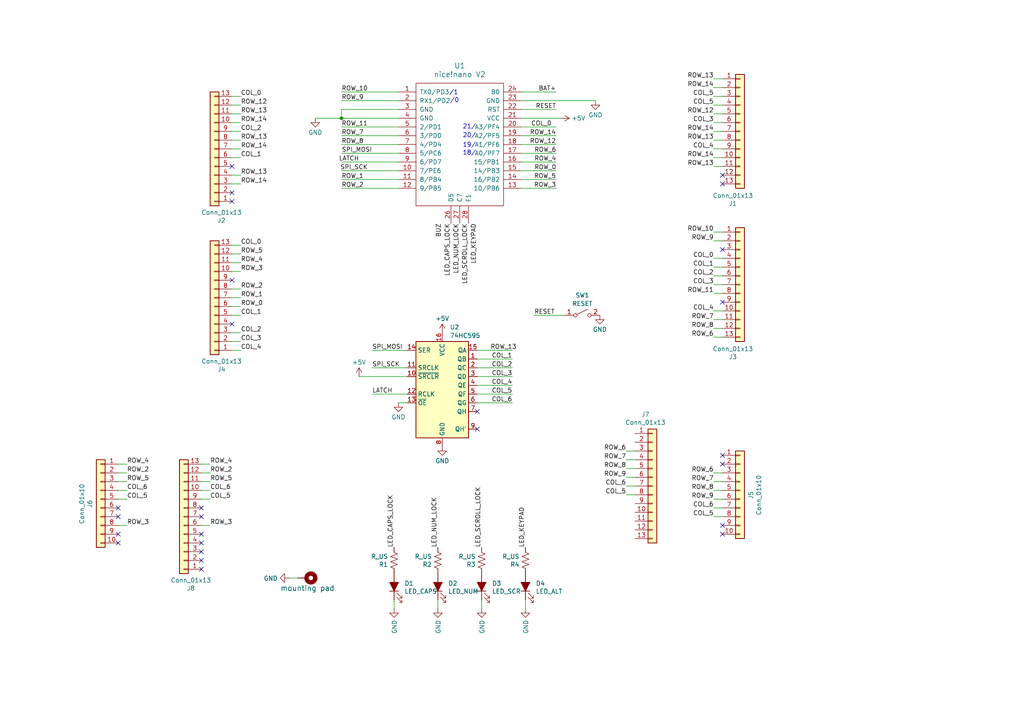
<source format=kicad_sch>
(kicad_sch (version 20250114) (generator "eeschema") (generator_version "9.0")
  (paper "A4")
  (lib_symbols
    (symbol "+5V_1" (power) (pin_names (offset 0))
      (property "Value" "+5V_1" (at 0 3.556 0))
      (symbol "+5V_1_0_1"
        (polyline (pts (xy -0.762 1.27) (xy 0 2.54)))
        (polyline (pts (xy 0 2.54) (xy 0.762 1.27)))
        (polyline (pts (xy 0 0) (xy 0 2.54)))
      )
      (symbol "+5V_1_1_1"
        (pin power_in line (at 0 0 90) (length 0) (hide yes) (name "+5V") (number "1"))
      )
    )
    (symbol "74xx:74HC595"
      (property "Reference" "U" (at -7.62 13.97 0))
      (property "Value" "74HC595" (at -7.62 -16.51 0))
      (symbol "74HC595_1_0"
        (pin input line (at -10.16 10.16 0) (length 2.54) (name "SER") (number "14"))
        (pin input line (at -10.16 5.08 0) (length 2.54) (name "SRCLK") (number "11"))
        (pin input line (at -10.16 2.54 0) (length 2.54) (name "~{SRCLR}") (number "10"))
        (pin input line (at -10.16 -2.54 0) (length 2.54) (name "RCLK") (number "12"))
        (pin input line (at -10.16 -5.08 0) (length 2.54) (name "~{OE}") (number "13"))
        (pin power_in line (at 0 15.24 270) (length 2.54) (name "VCC") (number "16"))
        (pin power_in line (at 0 -17.78 90) (length 2.54) (name "GND") (number "8"))
        (pin tri_state line (at 10.16 10.16 180) (length 2.54) (name "QA") (number "15"))
        (pin tri_state line (at 10.16 7.62 180) (length 2.54) (name "QB") (number "1"))
        (pin tri_state line (at 10.16 5.08 180) (length 2.54) (name "QC") (number "2"))
        (pin tri_state line (at 10.16 2.54 180) (length 2.54) (name "QD") (number "3"))
        (pin tri_state line (at 10.16 0 180) (length 2.54) (name "QE") (number "4"))
        (pin tri_state line (at 10.16 -2.54 180) (length 2.54) (name "QF") (number "5"))
        (pin tri_state line (at 10.16 -5.08 180) (length 2.54) (name "QG") (number "6"))
        (pin tri_state line (at 10.16 -7.62 180) (length 2.54) (name "QH") (number "7"))
        (pin output line (at 10.16 -12.7 180) (length 2.54) (name "QH'") (number "9"))
      )
      (symbol "74HC595_1_1"
        (rectangle (start -7.62 12.7) (end 7.62 -15.24) (stroke (width 0.254)) (fill (type background)))
      )
    )
    (symbol "Mechanical:MountingHole_Pad" (pin_numbers (hide yes)) (pin_names (offset 1.016) (hide yes))
      (property "Reference" "H" (at 0 6.35 0))
      (property "Value" "MountingHole_Pad" (at 0 4.445 0))
      (symbol "MountingHole_Pad_0_1"
        (circle (center 0 1.27) (radius 1.27) (stroke (width 1.27)))
      )
      (symbol "MountingHole_Pad_1_1"
        (pin input line (at 0 -2.54 90) (length 2.54) (name "1") (number "1"))
      )
    )
    (symbol "Switch:SW_SPST" (pin_names (offset 0) (hide yes))
      (property "Reference" "SW" (at 0 3.175 0))
      (property "Value" "SW_SPST" (at 0 -2.54 0))
      (symbol "SW_SPST_0_0"
        (circle (center -2.032 0) (radius 0.508))
        (polyline (pts (xy -1.524 0.254) (xy 1.524 1.778)))
        (circle (center 2.032 0) (radius 0.508))
      )
      (symbol "SW_SPST_1_1"
        (pin passive line (at -5.08 0 0) (length 2.54) (name "A") (number "1"))
        (pin passive line (at 5.08 0 180) (length 2.54) (name "B") (number "2"))
      )
    )
    (symbol "keebio:Elite-C" (pin_names (offset 1.016))
      (property "Reference" "U1" (at 0 21.59 0))
      (property "Value" "nice!nano V2" (at 0 19.05 0))
      (symbol "Elite-C_0_1"
        (rectangle (start 12.7 -19.05) (end -12.7 16.51))
      )
      (symbol "Elite-C_1_1"
        (pin input line (at -17.78 13.97 0) (length 5.08) (name "TX0/PD3") (number "1"))
        (pin input line (at -17.78 11.43 0) (length 5.08) (name "RX1/PD2") (number "2"))
        (pin input line (at -17.78 8.89 0) (length 5.08) (name "GND") (number "3"))
        (pin input line (at -17.78 6.35 0) (length 5.08) (name "GND") (number "4"))
        (pin input line (at -17.78 3.81 0) (length 5.08) (name "2/PD1") (number "5"))
        (pin input line (at -17.78 1.27 0) (length 5.08) (name "3/PD0") (number "6"))
        (pin input line (at -17.78 -1.27 0) (length 5.08) (name "4/PD4") (number "7"))
        (pin input line (at -17.78 -3.81 0) (length 5.08) (name "5/PC6") (number "8"))
        (pin input line (at -17.78 -6.35 0) (length 5.08) (name "6/PD7") (number "9"))
        (pin input line (at -17.78 -8.89 0) (length 5.08) (name "7/PE6") (number "10"))
        (pin input line (at -17.78 -11.43 0) (length 5.08) (name "8/PB4") (number "11"))
        (pin input line (at -17.78 -13.97 0) (length 5.08) (name "9/PB5") (number "12"))
        (pin input line (at -2.54 -24.13 90) (length 5.08) (name "D5") (number "26"))
        (pin input line (at 0 -24.13 90) (length 5.08) (name "C7") (number "27"))
        (pin input line (at 2.54 -24.13 90) (length 5.08) (name "F1") (number "28"))
        (pin input line (at 17.78 13.97 180) (length 5.08) (name "B0") (number "24"))
        (pin input line (at 17.78 11.43 180) (length 5.08) (name "GND") (number "23"))
        (pin input line (at 17.78 8.89 180) (length 5.08) (name "RST") (number "22"))
        (pin input line (at 17.78 6.35 180) (length 5.08) (name "VCC") (number "21"))
        (pin input line (at 17.78 3.81 180) (length 5.08) (name "A3/PF4") (number "20"))
        (pin input line (at 17.78 1.27 180) (length 5.08) (name "A2/PF5") (number "19"))
        (pin input line (at 17.78 -1.27 180) (length 5.08) (name "A1/PF6") (number "18"))
        (pin input line (at 17.78 -3.81 180) (length 5.08) (name "A0/PF7") (number "17"))
        (pin input line (at 17.78 -6.35 180) (length 5.08) (name "15/PB1") (number "16"))
        (pin input line (at 17.78 -8.89 180) (length 5.08) (name "14/PB3") (number "15"))
        (pin input line (at 17.78 -11.43 180) (length 5.08) (name "16/PB2") (number "14"))
        (pin input line (at 17.78 -13.97 180) (length 5.08) (name "10/PB6") (number "13"))
      )
    )
    (symbol "kicad_port-rescue:Conn_01x10-Connector_Generic" (pin_names (offset 1.016) (hide yes))
      (property "Reference" "J" (at 0 12.7 0))
      (property "Value" "kicad_port-rescue_Conn_01x10-Connector_Generic" (at 0 -15.24 0))
      (symbol "Conn_01x10-Connector_Generic_1_1"
        (rectangle (start -1.27 11.43) (end 1.27 -13.97) (stroke (width 0.254)) (fill (type background)))
        (rectangle (start -1.27 10.287) (end 0 10.033) (stroke (width 0.1524)))
        (rectangle (start -1.27 7.747) (end 0 7.493) (stroke (width 0.1524)))
        (rectangle (start -1.27 5.207) (end 0 4.953) (stroke (width 0.1524)))
        (rectangle (start -1.27 2.667) (end 0 2.413) (stroke (width 0.1524)))
        (rectangle (start -1.27 0.127) (end 0 -0.127) (stroke (width 0.1524)))
        (rectangle (start -1.27 -2.413) (end 0 -2.667) (stroke (width 0.1524)))
        (rectangle (start -1.27 -4.953) (end 0 -5.207) (stroke (width 0.1524)))
        (rectangle (start -1.27 -7.493) (end 0 -7.747) (stroke (width 0.1524)))
        (rectangle (start -1.27 -10.033) (end 0 -10.287) (stroke (width 0.1524)))
        (rectangle (start -1.27 -12.573) (end 0 -12.827) (stroke (width 0.1524)))
        (pin passive line (at -5.08 10.16 0) (length 3.81) (name "Pin_1") (number "1"))
        (pin passive line (at -5.08 7.62 0) (length 3.81) (name "Pin_2") (number "2"))
        (pin passive line (at -5.08 5.08 0) (length 3.81) (name "Pin_3") (number "3"))
        (pin passive line (at -5.08 2.54 0) (length 3.81) (name "Pin_4") (number "4"))
        (pin passive line (at -5.08 0 0) (length 3.81) (name "Pin_5") (number "5"))
        (pin passive line (at -5.08 -2.54 0) (length 3.81) (name "Pin_6") (number "6"))
        (pin passive line (at -5.08 -5.08 0) (length 3.81) (name "Pin_7") (number "7"))
        (pin passive line (at -5.08 -7.62 0) (length 3.81) (name "Pin_8") (number "8"))
        (pin passive line (at -5.08 -10.16 0) (length 3.81) (name "Pin_9") (number "9"))
        (pin passive line (at -5.08 -12.7 0) (length 3.81) (name "Pin_10") (number "10"))
      )
    )
    (symbol "kicad_port-rescue:Conn_01x13-Connector_Generic" (pin_names (offset 1.016) (hide yes))
      (property "Reference" "J" (at 0 17.78 0))
      (property "Value" "kicad_port-rescue_Conn_01x13-Connector_Generic" (at 0 -17.78 0))
      (symbol "Conn_01x13-Connector_Generic_1_1"
        (rectangle (start -1.27 16.51) (end 1.27 -16.51) (stroke (width 0.254)) (fill (type background)))
        (rectangle (start -1.27 15.367) (end 0 15.113) (stroke (width 0.1524)))
        (rectangle (start -1.27 12.827) (end 0 12.573) (stroke (width 0.1524)))
        (rectangle (start -1.27 10.287) (end 0 10.033) (stroke (width 0.1524)))
        (rectangle (start -1.27 7.747) (end 0 7.493) (stroke (width 0.1524)))
        (rectangle (start -1.27 5.207) (end 0 4.953) (stroke (width 0.1524)))
        (rectangle (start -1.27 2.667) (end 0 2.413) (stroke (width 0.1524)))
        (rectangle (start -1.27 0.127) (end 0 -0.127) (stroke (width 0.1524)))
        (rectangle (start -1.27 -2.413) (end 0 -2.667) (stroke (width 0.1524)))
        (rectangle (start -1.27 -4.953) (end 0 -5.207) (stroke (width 0.1524)))
        (rectangle (start -1.27 -7.493) (end 0 -7.747) (stroke (width 0.1524)))
        (rectangle (start -1.27 -10.033) (end 0 -10.287) (stroke (width 0.1524)))
        (rectangle (start -1.27 -12.573) (end 0 -12.827) (stroke (width 0.1524)))
        (rectangle (start -1.27 -15.113) (end 0 -15.367) (stroke (width 0.1524)))
        (pin passive line (at -5.08 15.24 0) (length 3.81) (name "Pin_1") (number "1"))
        (pin passive line (at -5.08 12.7 0) (length 3.81) (name "Pin_2") (number "2"))
        (pin passive line (at -5.08 10.16 0) (length 3.81) (name "Pin_3") (number "3"))
        (pin passive line (at -5.08 7.62 0) (length 3.81) (name "Pin_4") (number "4"))
        (pin passive line (at -5.08 5.08 0) (length 3.81) (name "Pin_5") (number "5"))
        (pin passive line (at -5.08 2.54 0) (length 3.81) (name "Pin_6") (number "6"))
        (pin passive line (at -5.08 0 0) (length 3.81) (name "Pin_7") (number "7"))
        (pin passive line (at -5.08 -2.54 0) (length 3.81) (name "Pin_8") (number "8"))
        (pin passive line (at -5.08 -5.08 0) (length 3.81) (name "Pin_9") (number "9"))
        (pin passive line (at -5.08 -7.62 0) (length 3.81) (name "Pin_10") (number "10"))
        (pin passive line (at -5.08 -10.16 0) (length 3.81) (name "Pin_11") (number "11"))
        (pin passive line (at -5.08 -12.7 0) (length 3.81) (name "Pin_12") (number "12"))
        (pin passive line (at -5.08 -15.24 0) (length 3.81) (name "Pin_13") (number "13"))
      )
    )
    (symbol "kicad_port-rescue:GND-power" (power) (pin_names (offset 0))
      (property "Value" "kicad_port-rescue_GND-power" (at 0 -3.81 0))
      (symbol "GND-power_0_1"
        (polyline (pts (xy 0 0) (xy 0 -1.27) (xy 1.27 -1.27) (xy 0 -2.54) (xy -1.27 -1.27) (xy 0 -1.27)))
      )
      (symbol "GND-power_1_1"
        (pin power_in line (at 0 0 270) (length 0) (hide yes) (name "GND") (number "1"))
      )
    )
    (symbol "kicad_port-rescue:LED_ALT-Device" (pin_numbers (hide yes)) (pin_names (offset 1.016) (hide yes))
      (property "Reference" "D" (at 0 2.54 0))
      (property "Value" "kicad_port-rescue_LED_ALT-Device" (at 0 -2.54 0))
      (symbol "LED_ALT-Device_0_1"
        (polyline (pts (xy -3.048 -0.762) (xy -4.572 -2.286) (xy -3.81 -2.286) (xy -4.572 -2.286) (xy -4.572 -1.524)))
        (polyline (pts (xy -1.778 -0.762) (xy -3.302 -2.286) (xy -2.54 -2.286) (xy -3.302 -2.286) (xy -3.302 -1.524)))
        (polyline (pts (xy -1.27 0) (xy 1.27 0)))
        (polyline (pts (xy -1.27 -1.27) (xy -1.27 1.27)) (stroke (width 0.2032)))
        (polyline (pts (xy 1.27 -1.27) (xy 1.27 1.27) (xy -1.27 0) (xy 1.27 -1.27)) (stroke (width 0.2032)) (fill (type outline)))
      )
      (symbol "LED_ALT-Device_1_1"
        (pin passive line (at -3.81 0 0) (length 2.54) (name "K") (number "1"))
        (pin passive line (at 3.81 0 180) (length 2.54) (name "A") (number "2"))
      )
    )
    (symbol "kicad_port-rescue:R_US-Device" (pin_numbers (hide yes)) (pin_names (offset 0))
      (property "Reference" "R" (at 2.54 0 90))
      (property "Value" "kicad_port-rescue_R_US-Device" (at -2.54 0 90))
      (symbol "R_US-Device_0_1"
        (polyline (pts (xy 0 2.286) (xy 0 2.54)))
        (polyline (pts (xy 0 2.286) (xy 1.016 1.905) (xy 0 1.524) (xy -1.016 1.143) (xy 0 0.762)))
        (polyline (pts (xy 0 0.762) (xy 1.016 0.381) (xy 0 0) (xy -1.016 -0.381) (xy 0 -0.762)))
        (polyline (pts (xy 0 -0.762) (xy 1.016 -1.143) (xy 0 -1.524) (xy -1.016 -1.905) (xy 0 -2.286)))
        (polyline (pts (xy 0 -2.286) (xy 0 -2.54)))
      )
      (symbol "R_US-Device_1_1"
        (pin passive line (at 0 3.81 270) (length 1.27) (name "~") (number "1"))
        (pin passive line (at 0 -3.81 90) (length 1.27) (name "~") (number "2"))
      )
    )
    (symbol "power:+5V" (power) (pin_names (offset 0))
      (property "Value" "+5V" (at 0 3.556 0))
      (symbol "+5V_0_1"
        (polyline (pts (xy -0.762 1.27) (xy 0 2.54)))
        (polyline (pts (xy 0 2.54) (xy 0.762 1.27)))
        (polyline (pts (xy 0 0) (xy 0 2.54)))
      )
      (symbol "+5V_1_1"
        (pin power_in line (at 0 0 90) (length 0) (hide yes) (name "+5V") (number "1"))
      )
    )
    (symbol "power:GND" (power) (pin_names (offset 0))
      (property "Value" "GND" (at 0 -3.81 0))
      (symbol "GND_0_1"
        (polyline (pts (xy 0 0) (xy 0 -1.27) (xy 1.27 -1.27) (xy 0 -2.54) (xy -1.27 -1.27) (xy 0 -1.27)))
      )
      (symbol "GND_1_1"
        (pin power_in line (at 0 0 270) (length 0) (hide yes) (name "GND") (number "1"))
      )
    )
  )
  (text "18/" (at 136.144 44.45 0) (effects (font (size 1.27 1.27))))
  (text "/1" (at 131.572 26.924 0) (effects (font (size 1.27 1.27))))
  (text "/0" (at 131.826 29.21 0) (effects (font (size 1.27 1.27))))
  (text "19/" (at 136.144 42.164 0) (effects (font (size 1.27 1.27))))
  (text "20/" (at 136.144 39.37 0) (effects (font (size 1.27 1.27))))
  (text "21/" (at 136.144 36.83 0) (effects (font (size 1.27 1.27))))
  (junction (at 99.06 34.29))
  (no_connect (at 58.42 162.56))
  (no_connect (at 34.29 147.32))
  (no_connect (at 67.31 58.42))
  (no_connect (at 58.42 160.02))
  (no_connect (at 138.43 124.46))
  (no_connect (at 67.31 81.28))
  (no_connect (at 67.31 55.88))
  (no_connect (at 209.55 87.63))
  (no_connect (at 34.29 149.86))
  (no_connect (at 209.55 53.34))
  (no_connect (at 209.55 50.8))
  (no_connect (at 58.42 154.94))
  (no_connect (at 58.42 157.48))
  (no_connect (at 67.31 48.26))
  (no_connect (at 209.55 132.08))
  (no_connect (at 138.43 119.38))
  (no_connect (at 34.29 157.48))
  (no_connect (at 67.31 93.98))
  (no_connect (at 58.42 165.1))
  (no_connect (at 209.55 152.4))
  (no_connect (at 34.29 154.94))
  (no_connect (at 58.42 149.86))
  (no_connect (at 209.55 154.94))
  (no_connect (at 209.55 72.39))
  (no_connect (at 209.55 134.62))
  (no_connect (at 58.42 147.32))
  (wire (pts (xy 151.13 36.83) (xy 161.29 36.83)))
  (wire (pts (xy 104.14 109.22) (xy 118.11 109.22)))
  (wire (pts (xy 91.44 34.29) (xy 99.06 34.29)))
  (wire (pts (xy 99.06 34.29) (xy 115.57 34.29)))
  (wire (pts (xy 67.31 96.52) (xy 69.85 96.52)))
  (wire (pts (xy 99.06 49.53) (xy 115.57 49.53)))
  (wire (pts (xy 207.01 43.18) (xy 209.55 43.18)))
  (wire (pts (xy 67.31 99.06) (xy 69.85 99.06)))
  (wire (pts (xy 138.43 111.76) (xy 148.59 111.76)))
  (wire (pts (xy 67.31 91.44) (xy 69.85 91.44)))
  (wire (pts (xy 58.42 137.16) (xy 60.96 137.16)))
  (wire (pts (xy 34.29 137.16) (xy 36.83 137.16)))
  (wire (pts (xy 184.15 130.81) (xy 181.61 130.81)))
  (wire (pts (xy 107.95 101.6) (xy 118.11 101.6)))
  (wire (pts (xy 151.13 39.37) (xy 161.29 39.37)))
  (wire (pts (xy 67.31 45.72) (xy 69.85 45.72)))
  (wire (pts (xy 151.13 54.61) (xy 161.29 54.61)))
  (wire (pts (xy 138.43 106.68) (xy 148.59 106.68)))
  (wire (pts (xy 207.01 85.09) (xy 209.55 85.09)))
  (wire (pts (xy 207.01 45.72) (xy 209.55 45.72)))
  (wire (pts (xy 34.29 152.4) (xy 36.83 152.4)))
  (wire (pts (xy 207.01 97.79) (xy 209.55 97.79)))
  (wire (pts (xy 139.7 176.53) (xy 139.7 173.99)))
  (wire (pts (xy 151.13 44.45) (xy 161.29 44.45)))
  (wire (pts (xy 151.13 49.53) (xy 161.29 49.53)))
  (wire (pts (xy 67.31 50.8) (xy 69.85 50.8)))
  (wire (pts (xy 58.42 142.24) (xy 60.96 142.24)))
  (wire (pts (xy 151.13 26.67) (xy 161.29 26.67)))
  (wire (pts (xy 207.01 92.71) (xy 209.55 92.71)))
  (wire (pts (xy 34.29 142.24) (xy 36.83 142.24)))
  (wire (pts (xy 67.31 40.64) (xy 69.85 40.64)))
  (wire (pts (xy 138.43 116.84) (xy 148.59 116.84)))
  (wire (pts (xy 184.15 140.97) (xy 181.61 140.97)))
  (wire (pts (xy 67.31 38.1) (xy 69.85 38.1)))
  (wire (pts (xy 67.31 43.18) (xy 69.85 43.18)))
  (wire (pts (xy 207.01 82.55) (xy 209.55 82.55)))
  (wire (pts (xy 209.55 147.32) (xy 207.01 147.32)))
  (wire (pts (xy 34.29 144.78) (xy 36.83 144.78)))
  (wire (pts (xy 207.01 69.85) (xy 209.55 69.85)))
  (wire (pts (xy 184.15 133.35) (xy 181.61 133.35)))
  (wire (pts (xy 151.13 52.07) (xy 161.29 52.07)))
  (wire (pts (xy 138.43 109.22) (xy 148.59 109.22)))
  (wire (pts (xy 58.42 144.78) (xy 60.96 144.78)))
  (wire (pts (xy 209.55 142.24) (xy 207.01 142.24)))
  (wire (pts (xy 99.06 31.75) (xy 99.06 34.29)))
  (wire (pts (xy 207.01 74.93) (xy 209.55 74.93)))
  (wire (pts (xy 67.31 33.02) (xy 69.85 33.02)))
  (wire (pts (xy 58.42 134.62) (xy 60.96 134.62)))
  (wire (pts (xy 67.31 83.82) (xy 69.85 83.82)))
  (wire (pts (xy 138.43 101.6) (xy 148.59 101.6)))
  (wire (pts (xy 152.4 176.53) (xy 152.4 173.99)))
  (wire (pts (xy 67.31 78.74) (xy 69.85 78.74)))
  (wire (pts (xy 184.15 135.89) (xy 181.61 135.89)))
  (wire (pts (xy 151.13 41.91) (xy 161.29 41.91)))
  (wire (pts (xy 115.57 26.67) (xy 99.06 26.67)))
  (wire (pts (xy 58.42 139.7) (xy 60.96 139.7)))
  (wire (pts (xy 207.01 67.31) (xy 209.55 67.31)))
  (wire (pts (xy 67.31 53.34) (xy 69.85 53.34)))
  (wire (pts (xy 99.06 54.61) (xy 115.57 54.61)))
  (wire (pts (xy 58.42 152.4) (xy 60.96 152.4)))
  (wire (pts (xy 207.01 90.17) (xy 209.55 90.17)))
  (wire (pts (xy 107.95 106.68) (xy 118.11 106.68)))
  (wire (pts (xy 162.56 34.29) (xy 151.13 34.29)))
  (wire (pts (xy 207.01 95.25) (xy 209.55 95.25)))
  (wire (pts (xy 207.01 40.64) (xy 209.55 40.64)))
  (wire (pts (xy 151.13 46.99) (xy 161.29 46.99)))
  (wire (pts (xy 207.01 48.26) (xy 209.55 48.26)))
  (wire (pts (xy 67.31 35.56) (xy 69.85 35.56)))
  (wire (pts (xy 34.29 139.7) (xy 36.83 139.7)))
  (wire (pts (xy 115.57 116.84) (xy 118.11 116.84)))
  (wire (pts (xy 154.94 91.44) (xy 163.83 91.44)))
  (wire (pts (xy 67.31 86.36) (xy 69.85 86.36)))
  (wire (pts (xy 207.01 27.94) (xy 209.55 27.94)))
  (wire (pts (xy 99.06 29.21) (xy 115.57 29.21)))
  (wire (pts (xy 99.06 41.91) (xy 115.57 41.91)))
  (wire (pts (xy 209.55 137.16) (xy 207.01 137.16)))
  (wire (pts (xy 67.31 88.9) (xy 69.85 88.9)))
  (wire (pts (xy 138.43 104.14) (xy 148.59 104.14)))
  (wire (pts (xy 207.01 30.48) (xy 209.55 30.48)))
  (wire (pts (xy 207.01 25.4) (xy 209.55 25.4)))
  (wire (pts (xy 114.3 176.53) (xy 114.3 173.99)))
  (wire (pts (xy 34.29 134.62) (xy 36.83 134.62)))
  (wire (pts (xy 207.01 38.1) (xy 209.55 38.1)))
  (wire (pts (xy 99.06 46.99) (xy 115.57 46.99)))
  (wire (pts (xy 67.31 27.94) (xy 69.85 27.94)))
  (wire (pts (xy 67.31 101.6) (xy 69.85 101.6)))
  (wire (pts (xy 209.55 149.86) (xy 207.01 149.86)))
  (wire (pts (xy 99.06 39.37) (xy 115.57 39.37)))
  (wire (pts (xy 184.15 143.51) (xy 181.61 143.51)))
  (wire (pts (xy 99.06 31.75) (xy 115.57 31.75)))
  (wire (pts (xy 67.31 73.66) (xy 69.85 73.66)))
  (wire (pts (xy 67.31 71.12) (xy 69.85 71.12)))
  (wire (pts (xy 207.01 77.47) (xy 209.55 77.47)))
  (wire (pts (xy 184.15 138.43) (xy 181.61 138.43)))
  (wire (pts (xy 209.55 139.7) (xy 207.01 139.7)))
  (wire (pts (xy 99.06 36.83) (xy 115.57 36.83)))
  (wire (pts (xy 207.01 33.02) (xy 209.55 33.02)))
  (wire (pts (xy 209.55 144.78) (xy 207.01 144.78)))
  (wire (pts (xy 99.06 44.45) (xy 115.57 44.45)))
  (wire (pts (xy 207.01 80.01) (xy 209.55 80.01)))
  (wire (pts (xy 67.31 76.2) (xy 69.85 76.2)))
  (wire (pts (xy 151.13 31.75) (xy 161.29 31.75)))
  (wire (pts (xy 67.31 30.48) (xy 69.85 30.48)))
  (wire (pts (xy 99.06 52.07) (xy 115.57 52.07)))
  (wire (pts (xy 107.95 114.3) (xy 118.11 114.3)))
  (wire (pts (xy 207.01 22.86) (xy 209.55 22.86)))
  (wire (pts (xy 127 176.53) (xy 127 173.99)))
  (wire (pts (xy 172.72 29.21) (xy 151.13 29.21)))
  (wire (pts (xy 138.43 114.3) (xy 148.59 114.3)))
  (wire (pts (xy 207.01 35.56) (xy 209.55 35.56)))
  (wire (pts (xy 83.82 167.64) (xy 86.36 167.64)))
  (label "COL_2" (at 69.85 38.1 0))
  (label "LED_SCROLL_LOCK" (at 135.89 64.77 270))
  (label "ROW_5" (at 69.85 73.66 0))
  (label "ROW_12" (at 69.85 30.48 0))
  (label "COL_4" (at 69.85 101.6 0))
  (label "ROW_14" (at 69.85 53.34 0))
  (label "COL_3" (at 148.59 109.22 180))
  (label "LED_NUM_LOCK" (at 127 158.75 90))
  (label "ROW_14" (at 69.85 35.56 0))
  (label "ROW_2" (at 60.96 137.16 0))
  (label "COL_6" (at 36.83 142.24 0))
  (label "ROW_3" (at 161.29 54.61 180))
  (label "RESET" (at 161.29 31.75 180))
  (label "COL_2" (at 207.01 80.01 180))
  (label "ROW_9" (at 207.01 69.85 180))
  (label "COL_1" (at 207.01 77.47 180))
  (label "COL_3" (at 207.01 35.56 180))
  (label "COL_4" (at 148.59 111.76 180))
  (label "ROW_9" (at 99.06 29.21 0))
  (label "ROW_13" (at 207.01 22.86 180))
  (label "ROW_13" (at 69.85 50.8 0))
  (label "ROW_13" (at 69.85 40.64 0))
  (label "ROW_2" (at 36.83 137.16 0))
  (label "ROW_1" (at 99.06 52.07 0))
  (label "ROW_4" (at 154.94 46.99 0))
  (label "COL_5" (at 207.01 30.48 180))
  (label "ROW_6" (at 207.01 97.79 180))
  (label "COL_3" (at 207.01 82.55 180))
  (label "ROW_8" (at 207.01 95.25 180))
  (label "ROW_9" (at 181.61 138.43 180))
  (label "ROW_5" (at 60.96 139.7 0))
  (label "ROW_6" (at 207.01 137.16 180))
  (label "ROW_7" (at 181.61 133.35 180))
  (label "COL_6" (at 207.01 147.32 180))
  (label "COL_6" (at 148.59 116.84 180))
  (label "ROW_4" (at 60.96 134.62 0))
  (label "ROW_7" (at 207.01 92.71 180))
  (label "LED_KEYPAD" (at 138.43 64.77 270))
  (label "COL_5" (at 207.01 149.86 180))
  (label "ROW_13" (at 69.85 33.02 0))
  (label "BAT+" (at 161.29 26.67 180))
  (label "ROW_11" (at 99.06 36.83 0))
  (label "COL_5" (at 60.96 144.78 0))
  (label "RESET" (at 154.94 91.44 0))
  (label "COL_0" (at 160.02 36.83 180))
  (label "COL_1" (at 148.59 104.14 180))
  (label "SPI_SCK" (at 106.68 49.53 180))
  (label "ROW_2" (at 69.85 83.82 0))
  (label "ROW_10" (at 99.06 26.67 0))
  (label "ROW_14" (at 207.01 38.1 180))
  (label "COL_3" (at 69.85 99.06 0))
  (label "ROW_7" (at 99.06 39.37 0))
  (label "ROW_13" (at 207.01 40.64 180))
  (label "ROW_0" (at 69.85 88.9 0))
  (label "LED_NUM_LOCK" (at 133.35 64.77 270))
  (label "LED_CAPS_LOCK" (at 130.81 64.77 270))
  (label "SPI_SCK" (at 107.95 106.68 0))
  (label "ROW_12" (at 161.29 41.91 180))
  (label "ROW_9" (at 207.01 144.78 180))
  (label "ROW_2" (at 99.06 54.61 0))
  (label "ROW_6" (at 181.61 130.81 180))
  (label "ROW_10" (at 207.01 67.31 180))
  (label "LED_CAPS_LOCK" (at 114.3 158.75 90))
  (label "ROW_13" (at 207.01 48.26 180))
  (label "ROW_11" (at 207.01 85.09 180))
  (label "ROW_0" (at 154.94 49.53 0))
  (label "COL_5" (at 148.59 114.3 180))
  (label "LATCH" (at 104.14 46.99 180))
  (label "ROW_8" (at 207.01 142.24 180))
  (label "ROW_12" (at 207.01 33.02 180))
  (label "LED_KEYPAD" (at 152.4 158.75 90))
  (label "ROW_8" (at 181.61 135.89 180))
  (label "ROW_3" (at 36.83 152.4 0))
  (label "ROW_13" (at 149.86 101.6 180))
  (label "LED_SCROLL_LOCK" (at 139.7 158.75 90))
  (label "COL_4" (at 207.01 43.18 180))
  (label "COL_6" (at 181.61 140.97 180))
  (label "COL_1" (at 69.85 91.44 0))
  (label "ROW_14" (at 207.01 25.4 180))
  (label "COL_5" (at 207.01 27.94 180))
  (label "ROW_14" (at 207.01 45.72 180))
  (label "ROW_1" (at 69.85 86.36 0))
  (label "ROW_8" (at 99.06 41.91 0))
  (label "COL_1" (at 69.85 45.72 0))
  (label "ROW_3" (at 69.85 78.74 0))
  (label "LATCH" (at 107.95 114.3 0))
  (label "COL_5" (at 181.61 143.51 180))
  (label "COL_0" (at 69.85 27.94 0))
  (label "ROW_4" (at 69.85 76.2 0))
  (label "ROW_3" (at 60.96 152.4 0))
  (label "ROW_6" (at 154.94 44.45 0))
  (label "COL_4" (at 207.01 90.17 180))
  (label "BUZ" (at 128.27 64.77 270))
  (label "SPI_MOSI" (at 107.95 101.6 0))
  (label "ROW_5" (at 161.29 52.07 180))
  (label "COL_2" (at 148.59 106.68 180))
  (label "ROW_14" (at 69.85 43.18 0))
  (label "COL_5" (at 36.83 144.78 0))
  (label "COL_2" (at 69.85 96.52 0))
  (label "COL_6" (at 60.96 142.24 0))
  (label "COL_0" (at 69.85 71.12 0))
  (label "ROW_5" (at 36.83 139.7 0))
  (label "ROW_14" (at 161.29 39.37 180))
  (label "COL_0" (at 207.01 74.93 180))
  (label "ROW_7" (at 207.01 139.7 180))
  (label "SPI_MOSI" (at 107.95 44.45 180))
  (label "ROW_4" (at 36.83 134.62 0))
  (symbol (lib_id "kicad_port-rescue:Conn_01x13-Connector_Generic") (at 62.23 86.36 180) (unit 1)
    (property "Reference" "J4" (at 64.262 107.1118 0))
    (property "Value" "Conn_01x13" (at 64.262 104.8004 0))
    (property "Footprint" "kinesisMod_board_connectors:Molex_039532134" (effects (hide yes)))
  )
  (symbol (lib_id "kicad_port-rescue:Conn_01x13-Connector_Generic") (at 214.63 82.55 0) (unit 1)
    (property "Reference" "J3" (at 212.5726 103.505 0))
    (property "Value" "Conn_01x13" (at 212.5726 101.1936 0))
    (property "Footprint" "kinesisMod_board_connectors:Molex_039532134" (effects (hide yes)))
  )
  (symbol (lib_id "kicad_port-rescue:Conn_01x10-Connector_Generic") (at 29.21 144.78 0) (mirror y) (unit 1)
    (property "Reference" "J6" (at 26.0604 146.1516 90))
    (property "Value" "Conn_01x10" (at 23.749 146.1516 90))
    (property "Footprint" "Pin_Headers:Pin_Header_Straight_1x10_Pitch2.54mm" (effects (hide yes)))
  )
  (symbol (lib_id "kicad_port-rescue:Conn_01x10-Connector_Generic") (at 214.63 142.24 0) (unit 1)
    (property "Reference" "J5" (at 217.7796 143.6116 90))
    (property "Value" "Conn_01x10" (at 220.091 143.6116 90))
    (property "Footprint" "Pin_Headers:Pin_Header_Straight_1x10_Pitch2.54mm" (effects (hide yes)))
  )
  (symbol (lib_id "kicad_port-rescue:Conn_01x13-Connector_Generic") (at 62.23 43.18 180) (unit 1)
    (property "Reference" "J2" (at 64.262 63.9318 0))
    (property "Value" "Conn_01x13" (at 64.262 61.6204 0))
    (property "Footprint" "kinesisMod_board_connectors:Molex_0039532135" (effects (hide yes)))
  )
  (symbol (lib_id "kicad_port-rescue:Conn_01x13-Connector_Generic") (at 214.63 38.1 0) (unit 1)
    (property "Reference" "J1" (at 212.5726 59.055 0))
    (property "Value" "Conn_01x13" (at 212.5726 56.7436 0))
    (property "Footprint" "kinesisMod_board_connectors:Molex_0039532135" (effects (hide yes)))
  )
  (symbol (lib_id "kicad_port-rescue:LED_ALT-Device") (at 114.3 170.18 90) (unit 1)
    (property "Reference" "D1" (at 117.2972 169.2148 90) (effects (justify right)))
    (property "Value" "LED_CAPS" (at 117.2972 171.5262 90) (effects (justify right)))
    (property "Footprint" "LED_THT:LED_D3.0mm" (effects (hide yes)))
  )
  (symbol (lib_id "kicad_port-rescue:LED_ALT-Device") (at 127 170.18 90) (unit 1)
    (property "Reference" "D2" (at 129.9972 169.2148 90) (effects (justify right)))
    (property "Value" "LED_NUM" (at 129.9972 171.5262 90) (effects (justify right)))
    (property "Footprint" "LED_THT:LED_D3.0mm" (effects (hide yes)))
  )
  (symbol (lib_id "kicad_port-rescue:LED_ALT-Device") (at 139.7 170.18 90) (unit 1)
    (property "Reference" "D3" (at 142.6972 169.2148 90) (effects (justify right)))
    (property "Value" "LED_SCR" (at 142.6972 171.5262 90) (effects (justify right)))
    (property "Footprint" "LED_THT:LED_D3.0mm" (effects (hide yes)))
  )
  (symbol (lib_id "kicad_port-rescue:LED_ALT-Device") (at 152.4 170.18 90) (unit 1)
    (property "Reference" "D4" (at 155.3972 169.2148 90) (effects (justify right)))
    (property "Value" "LED_ALT" (at 155.3972 171.5262 90) (effects (justify right)))
    (property "Footprint" "LED_THT:LED_D3.0mm" (effects (hide yes)))
  )
  (symbol (lib_id "kicad_port-rescue:R_US-Device") (at 127 162.56 180) (unit 1)
    (property "Reference" "R2" (at 125.2728 163.7284 0) (effects (justify left)))
    (property "Value" "R_US" (at 125.2728 161.417 0) (effects (justify left)))
    (property "Footprint" "Resistor_THT:R_Axial_DIN0204_L3.6mm_D1.6mm_P5.08mm_Horizontal" (effects (hide yes)))
  )
  (symbol (lib_id "kicad_port-rescue:R_US-Device") (at 114.3 162.56 180) (unit 1)
    (property "Reference" "R1" (at 112.5728 163.7284 0) (effects (justify left)))
    (property "Value" "R_US" (at 112.5728 161.417 0) (effects (justify left)))
    (property "Footprint" "Resistor_THT:R_Axial_DIN0204_L3.6mm_D1.6mm_P5.08mm_Horizontal" (effects (hide yes)))
  )
  (symbol (lib_id "kicad_port-rescue:R_US-Device") (at 139.7 162.56 180) (unit 1)
    (property "Reference" "R3" (at 137.9728 163.7284 0) (effects (justify left)))
    (property "Value" "R_US" (at 137.9728 161.417 0) (effects (justify left)))
    (property "Footprint" "Resistor_THT:R_Axial_DIN0204_L3.6mm_D1.6mm_P5.08mm_Horizontal" (effects (hide yes)))
  )
  (symbol (lib_id "kicad_port-rescue:R_US-Device") (at 152.4 162.56 180) (unit 1)
    (property "Reference" "R4" (at 150.6728 163.7284 0) (effects (justify left)))
    (property "Value" "R_US" (at 150.6728 161.417 0) (effects (justify left)))
    (property "Footprint" "Resistor_THT:R_Axial_DIN0204_L3.6mm_D1.6mm_P5.08mm_Horizontal" (effects (hide yes)))
  )
  (symbol (lib_id "power:GND") (at 115.57 116.84 0) (unit 1)
    (property "Reference" "#PWR012" (effects (hide yes)))
    (property "Value" "GND" (at 115.57 120.9731 0))
  )
  (symbol (lib_id "kicad_port-rescue:Conn_01x13-Connector_Generic") (at 53.34 149.86 180) (unit 1)
    (property "Reference" "J8" (at 55.372 170.6118 0))
    (property "Value" "Conn_01x13" (at 55.372 168.3004 0))
    (property "Footprint" "kinesisMod_board_connectors:Molex_0039532135" (effects (hide yes)))
  )
  (symbol (lib_id "Mechanical:MountingHole_Pad") (at 88.9 167.64 270) (unit 1)
    (property "Reference" "H1" (effects (hide yes)))
    (property "Value" "mounting pad" (at 81.28 171.45 90) (effects (font (size 1.4986 1.4986)) (justify left bottom)))
    (property "Footprint" "MountingHole:MountingHole_4.3mm_M4_Pad" (effects (hide yes)))
  )
  (symbol (lib_id "power:+5V") (at 104.14 109.22 0) (unit 1)
    (property "Reference" "#PWR09" (effects (hide yes)))
    (property "Value" "+5V" (at 104.14 105.0869 0))
  )
  (symbol (lib_id "power:GND") (at 128.27 129.54 0) (unit 1)
    (property "Reference" "#PWR010" (effects (hide yes)))
    (property "Value" "GND" (at 128.27 133.6731 0))
  )
  (symbol (lib_id "power:GND") (at 91.44 34.29 0) (unit 1)
    (property "Reference" "#PWR013" (effects (hide yes)))
    (property "Value" "GND" (at 91.44 38.4231 0))
  )
  (symbol (lib_id "power:GND") (at 173.99 91.44 0) (unit 1)
    (property "Reference" "#PWR016" (effects (hide yes)))
    (property "Value" "GND" (at 173.99 95.5731 0))
  )
  (symbol (lib_id "power:GND") (at 83.82 167.64 270) (unit 1)
    (property "Reference" "#PWR0101" (effects (hide yes)))
    (property "Value" "GND" (at 80.5688 167.767 90) (effects (justify right)))
  )
  (symbol (lib_id "kicad_port-rescue:GND-power") (at 152.4 176.53 0) (unit 1)
    (property "Reference" "#PWR08" (effects (hide yes)))
    (property "Value" "GND" (at 152.527 179.7812 90) (effects (justify right)))
  )
  (symbol (lib_id "kicad_port-rescue:GND-power") (at 139.7 176.53 0) (unit 1)
    (property "Reference" "#PWR07" (effects (hide yes)))
    (property "Value" "GND" (at 139.827 179.7812 90) (effects (justify right)))
  )
  (symbol (lib_id "kicad_port-rescue:Conn_01x13-Connector_Generic") (at 189.23 140.97 0) (unit 1)
    (property "Reference" "J7" (at 187.198 120.2182 0))
    (property "Value" "Conn_01x13" (at 187.198 122.5296 0))
    (property "Footprint" "kinesisMod_board_connectors:Molex_0039532135" (effects (hide yes)))
  )
  (symbol (lib_id "kicad_port-rescue:GND-power") (at 114.3 176.53 0) (unit 1)
    (property "Reference" "#PWR05" (effects (hide yes)))
    (property "Value" "GND" (at 114.427 179.7812 90) (effects (justify right)))
  )
  (symbol (lib_id "power:GND") (at 172.72 29.21 0) (unit 1)
    (property "Reference" "#PWR014" (effects (hide yes)))
    (property "Value" "GND" (at 172.72 33.3431 0))
  )
  (symbol (lib_name "+5V_1") (lib_id "power:+5V") (at 162.56 34.29 270) (unit 1)
    (property "Reference" "#PWR03" (effects (hide yes)))
    (property "Value" "+5V" (at 165.735 34.29 90) (effects (justify left)))
  )
  (symbol (lib_id "kicad_port-rescue:GND-power") (at 127 176.53 0) (unit 1)
    (property "Reference" "#PWR06" (effects (hide yes)))
    (property "Value" "GND" (at 127.127 179.7812 90) (effects (justify right)))
  )
  (symbol (lib_id "power:+5V") (at 128.27 96.52 0) (unit 1)
    (property "Reference" "#PWR011" (effects (hide yes)))
    (property "Value" "+5V" (at 128.27 92.3869 0))
  )
  (symbol (lib_id "74xx:74HC595") (at 128.27 111.76 0) (unit 1)
    (property "Reference" "U2" (at 130.4641 94.9157 0) (effects (justify left)))
    (property "Value" "74HC595" (at 130.4641 97.3399 0) (effects (justify left)))
  )
  (symbol (lib_id "Switch:SW_SPST") (at 168.91 91.44 0) (unit 1)
    (property "Reference" "SW1" (at 168.91 85.6445 0))
    (property "Value" "RESET" (at 168.91 88.0688 0))
    (property "Description" "Single Pole Single Throw (SPST) switch" (effects (hide yes)))
  )
  (symbol (lib_id "keebio:Elite-C") (at 133.35 40.64 0) (unit 1)
    (property "Reference" "U1" (at 133.35 19.05 0) (effects (font (size 1.524 1.524))))
    (property "Value" "nice!nano V2" (at 133.35 21.59 0) (effects (font (size 1.524 1.524))))
  )
)
</source>
